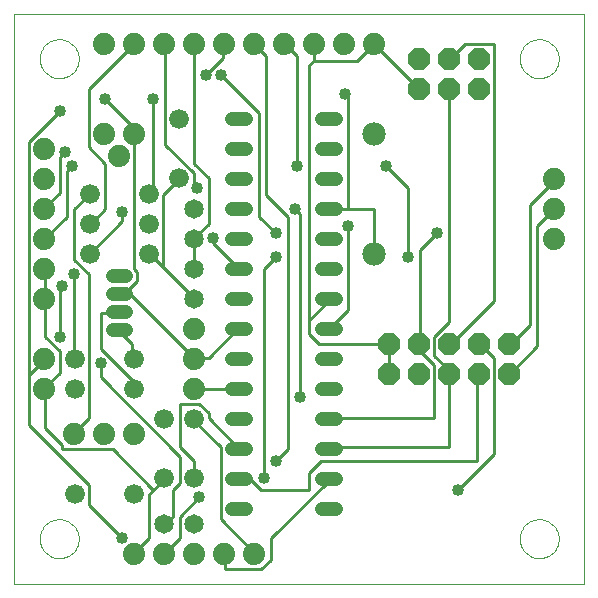
<source format=gtl>
G75*
G70*
%OFA0B0*%
%FSLAX24Y24*%
%IPPOS*%
%LPD*%
%AMOC8*
5,1,8,0,0,1.08239X$1,22.5*
%
%ADD10C,0.0000*%
%ADD11C,0.0660*%
%ADD12C,0.0740*%
%ADD13OC8,0.0740*%
%ADD14C,0.0780*%
%ADD15C,0.0480*%
%ADD16C,0.0650*%
%ADD17C,0.0450*%
%ADD18C,0.0100*%
%ADD19C,0.0400*%
D10*
X000555Y000100D02*
X019555Y000100D01*
X019555Y019100D01*
X000555Y019100D01*
X000555Y000100D01*
X001405Y001600D02*
X001407Y001650D01*
X001413Y001700D01*
X001423Y001750D01*
X001436Y001798D01*
X001453Y001846D01*
X001474Y001892D01*
X001498Y001936D01*
X001526Y001978D01*
X001557Y002018D01*
X001591Y002055D01*
X001628Y002090D01*
X001667Y002121D01*
X001708Y002150D01*
X001752Y002175D01*
X001798Y002197D01*
X001845Y002215D01*
X001893Y002229D01*
X001942Y002240D01*
X001992Y002247D01*
X002042Y002250D01*
X002093Y002249D01*
X002143Y002244D01*
X002193Y002235D01*
X002241Y002223D01*
X002289Y002206D01*
X002335Y002186D01*
X002380Y002163D01*
X002423Y002136D01*
X002463Y002106D01*
X002501Y002073D01*
X002536Y002037D01*
X002569Y001998D01*
X002598Y001957D01*
X002624Y001914D01*
X002647Y001869D01*
X002666Y001822D01*
X002681Y001774D01*
X002693Y001725D01*
X002701Y001675D01*
X002705Y001625D01*
X002705Y001575D01*
X002701Y001525D01*
X002693Y001475D01*
X002681Y001426D01*
X002666Y001378D01*
X002647Y001331D01*
X002624Y001286D01*
X002598Y001243D01*
X002569Y001202D01*
X002536Y001163D01*
X002501Y001127D01*
X002463Y001094D01*
X002423Y001064D01*
X002380Y001037D01*
X002335Y001014D01*
X002289Y000994D01*
X002241Y000977D01*
X002193Y000965D01*
X002143Y000956D01*
X002093Y000951D01*
X002042Y000950D01*
X001992Y000953D01*
X001942Y000960D01*
X001893Y000971D01*
X001845Y000985D01*
X001798Y001003D01*
X001752Y001025D01*
X001708Y001050D01*
X001667Y001079D01*
X001628Y001110D01*
X001591Y001145D01*
X001557Y001182D01*
X001526Y001222D01*
X001498Y001264D01*
X001474Y001308D01*
X001453Y001354D01*
X001436Y001402D01*
X001423Y001450D01*
X001413Y001500D01*
X001407Y001550D01*
X001405Y001600D01*
X001405Y017600D02*
X001407Y017650D01*
X001413Y017700D01*
X001423Y017750D01*
X001436Y017798D01*
X001453Y017846D01*
X001474Y017892D01*
X001498Y017936D01*
X001526Y017978D01*
X001557Y018018D01*
X001591Y018055D01*
X001628Y018090D01*
X001667Y018121D01*
X001708Y018150D01*
X001752Y018175D01*
X001798Y018197D01*
X001845Y018215D01*
X001893Y018229D01*
X001942Y018240D01*
X001992Y018247D01*
X002042Y018250D01*
X002093Y018249D01*
X002143Y018244D01*
X002193Y018235D01*
X002241Y018223D01*
X002289Y018206D01*
X002335Y018186D01*
X002380Y018163D01*
X002423Y018136D01*
X002463Y018106D01*
X002501Y018073D01*
X002536Y018037D01*
X002569Y017998D01*
X002598Y017957D01*
X002624Y017914D01*
X002647Y017869D01*
X002666Y017822D01*
X002681Y017774D01*
X002693Y017725D01*
X002701Y017675D01*
X002705Y017625D01*
X002705Y017575D01*
X002701Y017525D01*
X002693Y017475D01*
X002681Y017426D01*
X002666Y017378D01*
X002647Y017331D01*
X002624Y017286D01*
X002598Y017243D01*
X002569Y017202D01*
X002536Y017163D01*
X002501Y017127D01*
X002463Y017094D01*
X002423Y017064D01*
X002380Y017037D01*
X002335Y017014D01*
X002289Y016994D01*
X002241Y016977D01*
X002193Y016965D01*
X002143Y016956D01*
X002093Y016951D01*
X002042Y016950D01*
X001992Y016953D01*
X001942Y016960D01*
X001893Y016971D01*
X001845Y016985D01*
X001798Y017003D01*
X001752Y017025D01*
X001708Y017050D01*
X001667Y017079D01*
X001628Y017110D01*
X001591Y017145D01*
X001557Y017182D01*
X001526Y017222D01*
X001498Y017264D01*
X001474Y017308D01*
X001453Y017354D01*
X001436Y017402D01*
X001423Y017450D01*
X001413Y017500D01*
X001407Y017550D01*
X001405Y017600D01*
X017405Y017600D02*
X017407Y017650D01*
X017413Y017700D01*
X017423Y017750D01*
X017436Y017798D01*
X017453Y017846D01*
X017474Y017892D01*
X017498Y017936D01*
X017526Y017978D01*
X017557Y018018D01*
X017591Y018055D01*
X017628Y018090D01*
X017667Y018121D01*
X017708Y018150D01*
X017752Y018175D01*
X017798Y018197D01*
X017845Y018215D01*
X017893Y018229D01*
X017942Y018240D01*
X017992Y018247D01*
X018042Y018250D01*
X018093Y018249D01*
X018143Y018244D01*
X018193Y018235D01*
X018241Y018223D01*
X018289Y018206D01*
X018335Y018186D01*
X018380Y018163D01*
X018423Y018136D01*
X018463Y018106D01*
X018501Y018073D01*
X018536Y018037D01*
X018569Y017998D01*
X018598Y017957D01*
X018624Y017914D01*
X018647Y017869D01*
X018666Y017822D01*
X018681Y017774D01*
X018693Y017725D01*
X018701Y017675D01*
X018705Y017625D01*
X018705Y017575D01*
X018701Y017525D01*
X018693Y017475D01*
X018681Y017426D01*
X018666Y017378D01*
X018647Y017331D01*
X018624Y017286D01*
X018598Y017243D01*
X018569Y017202D01*
X018536Y017163D01*
X018501Y017127D01*
X018463Y017094D01*
X018423Y017064D01*
X018380Y017037D01*
X018335Y017014D01*
X018289Y016994D01*
X018241Y016977D01*
X018193Y016965D01*
X018143Y016956D01*
X018093Y016951D01*
X018042Y016950D01*
X017992Y016953D01*
X017942Y016960D01*
X017893Y016971D01*
X017845Y016985D01*
X017798Y017003D01*
X017752Y017025D01*
X017708Y017050D01*
X017667Y017079D01*
X017628Y017110D01*
X017591Y017145D01*
X017557Y017182D01*
X017526Y017222D01*
X017498Y017264D01*
X017474Y017308D01*
X017453Y017354D01*
X017436Y017402D01*
X017423Y017450D01*
X017413Y017500D01*
X017407Y017550D01*
X017405Y017600D01*
X017405Y001600D02*
X017407Y001650D01*
X017413Y001700D01*
X017423Y001750D01*
X017436Y001798D01*
X017453Y001846D01*
X017474Y001892D01*
X017498Y001936D01*
X017526Y001978D01*
X017557Y002018D01*
X017591Y002055D01*
X017628Y002090D01*
X017667Y002121D01*
X017708Y002150D01*
X017752Y002175D01*
X017798Y002197D01*
X017845Y002215D01*
X017893Y002229D01*
X017942Y002240D01*
X017992Y002247D01*
X018042Y002250D01*
X018093Y002249D01*
X018143Y002244D01*
X018193Y002235D01*
X018241Y002223D01*
X018289Y002206D01*
X018335Y002186D01*
X018380Y002163D01*
X018423Y002136D01*
X018463Y002106D01*
X018501Y002073D01*
X018536Y002037D01*
X018569Y001998D01*
X018598Y001957D01*
X018624Y001914D01*
X018647Y001869D01*
X018666Y001822D01*
X018681Y001774D01*
X018693Y001725D01*
X018701Y001675D01*
X018705Y001625D01*
X018705Y001575D01*
X018701Y001525D01*
X018693Y001475D01*
X018681Y001426D01*
X018666Y001378D01*
X018647Y001331D01*
X018624Y001286D01*
X018598Y001243D01*
X018569Y001202D01*
X018536Y001163D01*
X018501Y001127D01*
X018463Y001094D01*
X018423Y001064D01*
X018380Y001037D01*
X018335Y001014D01*
X018289Y000994D01*
X018241Y000977D01*
X018193Y000965D01*
X018143Y000956D01*
X018093Y000951D01*
X018042Y000950D01*
X017992Y000953D01*
X017942Y000960D01*
X017893Y000971D01*
X017845Y000985D01*
X017798Y001003D01*
X017752Y001025D01*
X017708Y001050D01*
X017667Y001079D01*
X017628Y001110D01*
X017591Y001145D01*
X017557Y001182D01*
X017526Y001222D01*
X017498Y001264D01*
X017474Y001308D01*
X017453Y001354D01*
X017436Y001402D01*
X017423Y001450D01*
X017413Y001500D01*
X017407Y001550D01*
X017405Y001600D01*
D11*
X006555Y003616D03*
X005555Y003616D03*
X004539Y003100D03*
X002571Y003100D03*
X005555Y005584D03*
X006555Y005584D03*
X004539Y006600D03*
X004539Y007600D03*
X002571Y007600D03*
X002571Y006600D03*
X003071Y011100D03*
X003071Y012100D03*
X003071Y013100D03*
X005039Y013100D03*
X005039Y012100D03*
X005039Y011100D03*
X006055Y013616D03*
X006055Y015584D03*
D12*
X004555Y015100D03*
X004055Y014350D03*
X003555Y015100D03*
X001555Y014600D03*
X001555Y013600D03*
X001555Y012600D03*
X001555Y011600D03*
X001555Y010600D03*
X001555Y009600D03*
X001555Y007600D03*
X001555Y006600D03*
X002555Y005100D03*
X003555Y005100D03*
X004555Y005100D03*
X006555Y006600D03*
X006555Y007600D03*
X006555Y008600D03*
X006555Y001100D03*
X005555Y001100D03*
X004555Y001100D03*
X007555Y001100D03*
X008555Y001100D03*
X018555Y011600D03*
X018555Y012600D03*
X018555Y013600D03*
X012555Y018100D03*
X011555Y018100D03*
X010555Y018100D03*
X009555Y018100D03*
X008555Y018100D03*
X007555Y018100D03*
X006555Y018100D03*
X005555Y018100D03*
X004555Y018100D03*
X003555Y018100D03*
D13*
X013055Y008100D03*
X014055Y008100D03*
X015055Y008100D03*
X016055Y008100D03*
X017055Y008100D03*
X017055Y007100D03*
X016055Y007100D03*
X015055Y007100D03*
X014055Y007100D03*
X013055Y007100D03*
X014055Y016600D03*
X014055Y017600D03*
X015055Y017600D03*
X015055Y016600D03*
X016055Y016600D03*
X016055Y017600D03*
D14*
X012555Y015100D03*
X012555Y011100D03*
D15*
X011295Y010600D02*
X010815Y010600D01*
X010815Y009600D02*
X011295Y009600D01*
X011295Y008600D02*
X010815Y008600D01*
X010815Y007600D02*
X011295Y007600D01*
X011295Y006600D02*
X010815Y006600D01*
X010815Y005600D02*
X011295Y005600D01*
X011295Y004600D02*
X010815Y004600D01*
X010815Y003600D02*
X011295Y003600D01*
X011295Y002600D02*
X010815Y002600D01*
X008295Y002600D02*
X007815Y002600D01*
X007815Y003600D02*
X008295Y003600D01*
X008295Y004600D02*
X007815Y004600D01*
X007815Y005600D02*
X008295Y005600D01*
X008295Y006600D02*
X007815Y006600D01*
X007815Y007600D02*
X008295Y007600D01*
X008295Y008600D02*
X007815Y008600D01*
X007815Y009600D02*
X008295Y009600D01*
X008295Y010600D02*
X007815Y010600D01*
X007815Y011600D02*
X008295Y011600D01*
X008295Y012600D02*
X007815Y012600D01*
X007815Y013600D02*
X008295Y013600D01*
X008295Y014600D02*
X007815Y014600D01*
X007815Y015600D02*
X008295Y015600D01*
X010815Y015600D02*
X011295Y015600D01*
X011295Y014600D02*
X010815Y014600D01*
X010815Y013600D02*
X011295Y013600D01*
X011295Y012600D02*
X010815Y012600D01*
X010815Y011600D02*
X011295Y011600D01*
D16*
X006555Y011600D03*
X006555Y010600D03*
X006555Y009600D03*
X006555Y012600D03*
X006555Y002100D03*
X005555Y002100D03*
D17*
X004280Y008550D02*
X003830Y008550D01*
X003830Y009150D02*
X004280Y009150D01*
X004280Y009750D02*
X003830Y009750D01*
X003830Y010350D02*
X004280Y010350D01*
D18*
X004555Y010580D02*
X004635Y010500D01*
X004635Y010180D01*
X004315Y009860D01*
X004055Y009750D01*
X004075Y009780D01*
X004235Y009780D01*
X004315Y009860D01*
X006555Y007620D01*
X006555Y007600D01*
X006555Y007620D02*
X007035Y007620D01*
X007995Y008580D01*
X008055Y008600D01*
X006555Y009600D02*
X006555Y009620D01*
X005515Y010660D01*
X005515Y013060D01*
X005995Y013540D01*
X006055Y013616D01*
X006555Y013780D02*
X006555Y013380D01*
X006635Y013300D01*
X006555Y013780D02*
X005595Y014740D01*
X005595Y018100D01*
X005555Y018100D01*
X004555Y018100D02*
X003035Y016580D01*
X003035Y014660D01*
X003595Y014100D01*
X003595Y012580D01*
X003115Y012100D01*
X003071Y012100D01*
X002555Y012580D02*
X003035Y013060D01*
X003071Y013100D01*
X002555Y012580D02*
X002555Y010900D01*
X003035Y010420D01*
X003035Y005620D01*
X002555Y005140D01*
X002555Y005100D01*
X002155Y004740D02*
X001595Y005300D01*
X001595Y006580D01*
X001555Y006600D01*
X001595Y006660D01*
X002075Y007140D01*
X002075Y007860D01*
X001595Y008340D01*
X001595Y009540D01*
X001555Y009600D01*
X001595Y009620D01*
X001595Y010580D01*
X001555Y010600D01*
X002155Y010020D02*
X002075Y009940D01*
X002075Y008340D01*
X002555Y007620D02*
X002571Y007600D01*
X002555Y007620D02*
X002555Y010420D01*
X003071Y011100D02*
X003115Y011140D01*
X004155Y012180D01*
X004155Y012500D01*
X005039Y013100D02*
X005115Y013140D01*
X005195Y013220D01*
X005195Y016260D01*
X004555Y015300D02*
X004555Y015100D01*
X004555Y010580D01*
X005039Y011100D02*
X005115Y011060D01*
X005515Y010660D01*
X006555Y010600D02*
X006555Y011600D01*
X006555Y011620D01*
X007035Y012100D01*
X007035Y013620D01*
X006555Y014100D01*
X006555Y018100D01*
X007515Y018100D02*
X007515Y017620D01*
X006955Y017060D01*
X007435Y017060D02*
X008715Y015780D01*
X008715Y012340D01*
X009275Y011780D01*
X009675Y012340D02*
X008955Y013060D01*
X008955Y017700D01*
X008555Y018100D01*
X007555Y018100D02*
X007515Y018100D01*
X009555Y018100D02*
X009595Y018100D01*
X009995Y017700D01*
X009995Y014020D01*
X009915Y012580D02*
X010075Y012420D01*
X010075Y006340D01*
X011055Y005600D02*
X011115Y005620D01*
X014555Y005620D01*
X014555Y007380D01*
X014075Y007860D01*
X014075Y008100D01*
X014055Y008100D01*
X014075Y008100D02*
X014075Y011220D01*
X014635Y011780D01*
X013675Y010980D02*
X013675Y013300D01*
X012955Y014020D01*
X012555Y012580D02*
X011675Y012580D01*
X011675Y016340D01*
X011595Y016420D01*
X011995Y017540D02*
X010555Y017540D01*
X010395Y017380D01*
X010395Y008900D01*
X010395Y008420D01*
X010715Y008100D01*
X013035Y008100D01*
X013055Y008100D01*
X013035Y008100D02*
X013035Y007140D01*
X013055Y007100D01*
X014555Y007700D02*
X015035Y007220D01*
X015035Y007140D01*
X015055Y007100D01*
X015035Y007060D01*
X015035Y004660D01*
X011115Y004660D01*
X011055Y004600D01*
X010795Y004180D02*
X015995Y004180D01*
X015995Y007060D01*
X016055Y007100D01*
X016555Y007620D02*
X016075Y008100D01*
X016055Y008100D01*
X016555Y007620D02*
X016555Y004420D01*
X015355Y003220D01*
X017055Y007100D02*
X017115Y007140D01*
X017995Y008020D01*
X017995Y012020D01*
X018555Y012580D01*
X018555Y012600D01*
X017755Y012740D02*
X018555Y013540D01*
X018555Y013600D01*
X017755Y012740D02*
X017755Y008740D01*
X017115Y008100D01*
X017055Y008100D01*
X016555Y009540D02*
X015115Y008100D01*
X015055Y008100D01*
X014555Y008340D02*
X014555Y007700D01*
X014555Y008340D02*
X015035Y008820D01*
X015035Y016580D01*
X015055Y016600D01*
X014055Y016600D02*
X012555Y018100D01*
X011995Y017540D01*
X010555Y017540D02*
X010555Y018100D01*
X015055Y017600D02*
X015115Y017620D01*
X015595Y018100D01*
X016555Y018100D01*
X016555Y009540D01*
X012555Y011100D02*
X012555Y012580D01*
X011675Y012580D02*
X011115Y012580D01*
X011055Y012600D01*
X011675Y012020D02*
X011675Y009220D01*
X011055Y008600D01*
X010395Y008900D02*
X011035Y009540D01*
X011055Y009600D01*
X009275Y010980D02*
X008875Y010580D01*
X008875Y003620D01*
X008795Y003220D02*
X008475Y003540D01*
X008075Y003540D01*
X008055Y003600D01*
X008795Y003220D02*
X010395Y003220D01*
X010395Y003780D01*
X010795Y004180D01*
X011055Y003600D02*
X011035Y003540D01*
X009115Y001620D01*
X009115Y000900D01*
X008795Y000580D01*
X007595Y000580D01*
X007595Y001060D01*
X007555Y001100D01*
X008555Y001140D02*
X008555Y001100D01*
X008555Y001140D02*
X007435Y002260D01*
X007435Y004660D01*
X006555Y005540D01*
X006555Y005584D01*
X007035Y005620D02*
X007035Y005780D01*
X006715Y006100D01*
X006075Y006100D01*
X006075Y004660D01*
X006555Y004180D01*
X006555Y003616D01*
X006075Y003460D02*
X006075Y004340D01*
X003435Y006980D01*
X003435Y007460D01*
X003435Y007940D02*
X004475Y006900D01*
X004475Y006660D01*
X004539Y006600D01*
X004539Y007600D02*
X004475Y007620D01*
X004475Y008100D01*
X004075Y008500D01*
X004055Y008550D01*
X003995Y009140D02*
X003435Y009140D01*
X003435Y007940D01*
X003995Y009140D02*
X004055Y009150D01*
X001555Y007600D02*
X001515Y007540D01*
X001035Y007060D01*
X001035Y014820D01*
X002075Y015860D01*
X002235Y014500D02*
X002075Y014340D01*
X002075Y013140D01*
X001595Y012660D01*
X001555Y012600D01*
X002315Y012340D02*
X001595Y011620D01*
X001555Y011600D01*
X002315Y012340D02*
X002315Y013860D01*
X002475Y014020D01*
X004555Y015300D02*
X003595Y016260D01*
X007195Y011620D02*
X007195Y011460D01*
X008055Y010600D01*
X009675Y012340D02*
X009675Y004580D01*
X009275Y004180D01*
X008055Y004600D02*
X007035Y005620D01*
X006555Y006580D02*
X006555Y006600D01*
X006555Y006580D02*
X007995Y006580D01*
X008055Y006600D01*
X006075Y003460D02*
X005835Y003220D01*
X005835Y002340D01*
X005595Y002100D01*
X005555Y002100D01*
X006075Y002340D02*
X006075Y001620D01*
X005555Y001100D01*
X005035Y001620D02*
X004555Y001140D01*
X004555Y001100D01*
X004155Y001620D02*
X003035Y002740D01*
X003035Y003380D01*
X001035Y005380D01*
X001035Y007060D01*
X002155Y004740D02*
X002155Y004580D01*
X003835Y004580D01*
X005195Y003220D01*
X005515Y003540D01*
X005555Y003616D01*
X005195Y003220D02*
X005035Y003060D01*
X005035Y001620D01*
X006075Y002340D02*
X006715Y002980D01*
D19*
X006715Y002980D03*
X008875Y003620D03*
X009275Y004180D03*
X010075Y006340D03*
X009275Y010980D03*
X009275Y011780D03*
X009915Y012580D03*
X009995Y014020D03*
X011675Y012020D03*
X013675Y010980D03*
X014635Y011780D03*
X012955Y014020D03*
X011595Y016420D03*
X007435Y017060D03*
X006955Y017060D03*
X005195Y016260D03*
X003595Y016260D03*
X002075Y015860D03*
X002235Y014500D03*
X002475Y014020D03*
X004155Y012500D03*
X002555Y010420D03*
X002155Y010020D03*
X002075Y008340D03*
X003435Y007460D03*
X007195Y011620D03*
X006635Y013300D03*
X015355Y003220D03*
X004155Y001620D03*
M02*

</source>
